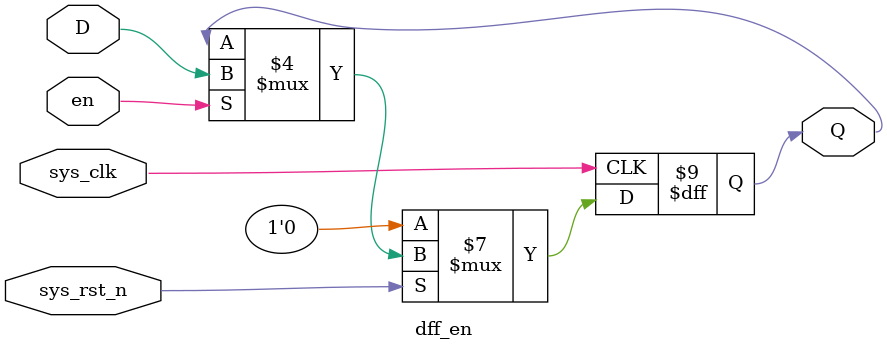
<source format=v>
module dff_en(
    input   sys_clk,
    input   sys_rst_n,
    input   en,
    input   D,
    output  Q
);

	// 代码量预计5~6行
    reg Q;

    always @(posedge sys_clk) begin
    
        if (~sys_rst_n)   Q <= 0;
        else if (en)    Q <= D;
        else            Q <= Q;
    
    end


endmodule

</source>
